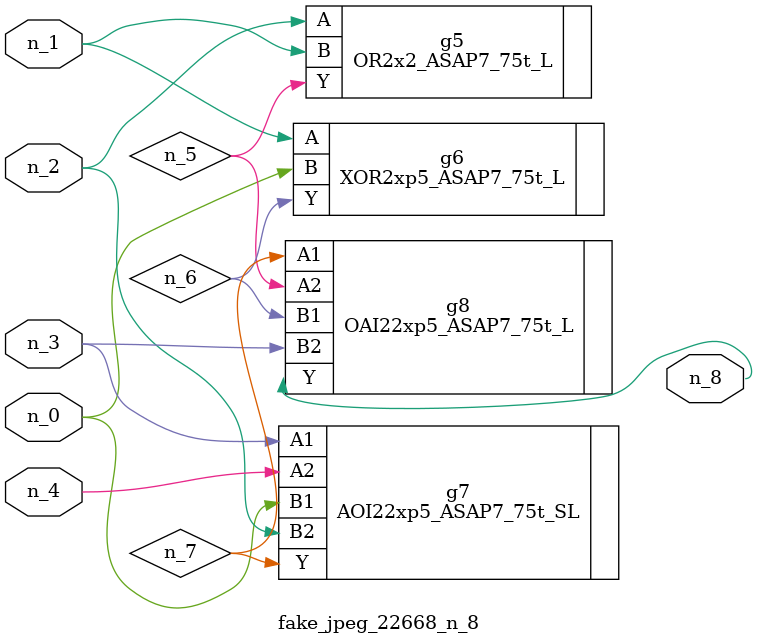
<source format=v>
module fake_jpeg_22668_n_8 (n_3, n_2, n_1, n_0, n_4, n_8);

input n_3;
input n_2;
input n_1;
input n_0;
input n_4;

output n_8;

wire n_6;
wire n_5;
wire n_7;

OR2x2_ASAP7_75t_L g5 ( 
.A(n_2),
.B(n_1),
.Y(n_5)
);

XOR2xp5_ASAP7_75t_L g6 ( 
.A(n_1),
.B(n_0),
.Y(n_6)
);

AOI22xp5_ASAP7_75t_SL g7 ( 
.A1(n_3),
.A2(n_4),
.B1(n_0),
.B2(n_2),
.Y(n_7)
);

OAI22xp5_ASAP7_75t_L g8 ( 
.A1(n_7),
.A2(n_5),
.B1(n_6),
.B2(n_3),
.Y(n_8)
);


endmodule
</source>
